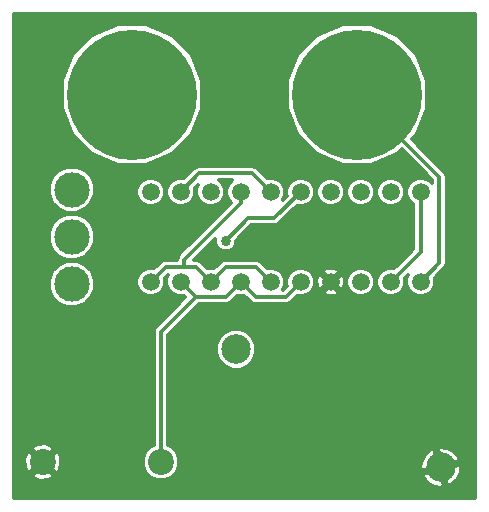
<source format=gtl>
%FSLAX34Y34*%
G04 Gerber Fmt 3.4, Leading zero omitted, Abs format*
G04 (created by PCBNEW (2014-01-30 BZR 4648)-product) date Sun Feb 23 14:33:07 2014*
%MOIN*%
G01*
G70*
G90*
G04 APERTURE LIST*
%ADD10C,0.013780*%
%ADD11C,0.433071*%
%ADD12C,0.118110*%
%ADD13C,0.059055*%
%ADD14C,0.086614*%
%ADD15C,0.098425*%
%ADD16C,0.033858*%
%ADD17C,0.012000*%
%ADD18C,0.013780*%
G04 APERTURE END LIST*
G54D10*
G54D11*
X4250Y13750D03*
X11750Y13750D03*
G54D12*
X2250Y7425D03*
X2250Y9000D03*
X2250Y10574D03*
G54D13*
X12875Y7500D03*
X12875Y10500D03*
X13875Y7500D03*
X13875Y10500D03*
X7875Y10500D03*
X6875Y10500D03*
X5875Y10500D03*
X4875Y10500D03*
X8875Y10500D03*
X9875Y10500D03*
X10875Y10500D03*
X4875Y7500D03*
X5875Y7500D03*
X6875Y7500D03*
X7875Y7500D03*
X8875Y7500D03*
X9875Y7500D03*
X10875Y7500D03*
G54D14*
X5218Y1500D03*
X1281Y1500D03*
G54D13*
X11875Y10500D03*
X11875Y7500D03*
G54D15*
X14545Y1318D03*
X7726Y5255D03*
G54D16*
X7375Y8875D03*
G54D17*
X8875Y10500D02*
X8250Y11125D01*
X6500Y11125D02*
X5875Y10500D01*
X8250Y11125D02*
X6500Y11125D01*
X12875Y7500D02*
X13875Y8500D01*
X13875Y8500D02*
X13875Y10500D01*
X13875Y7500D02*
X14500Y8125D01*
X14500Y11000D02*
X11750Y13750D01*
X14500Y8125D02*
X14500Y11000D01*
X9000Y9625D02*
X9875Y10500D01*
X8125Y9625D02*
X9000Y9625D01*
X7375Y8875D02*
X8125Y9625D01*
X6375Y7000D02*
X5218Y5843D01*
X5218Y5843D02*
X5218Y1500D01*
X5875Y7500D02*
X6375Y7000D01*
X7375Y7000D02*
X7875Y7500D01*
X6375Y7000D02*
X7375Y7000D01*
X7875Y7500D02*
X8375Y7000D01*
X8375Y7000D02*
X9375Y7000D01*
X9375Y7000D02*
X9875Y7500D01*
X6875Y7500D02*
X7375Y8000D01*
X8375Y8000D02*
X8875Y7500D01*
X7375Y8000D02*
X8375Y8000D01*
X7875Y10500D02*
X7875Y10125D01*
X6000Y8250D02*
X6000Y8000D01*
X7875Y10125D02*
X6000Y8250D01*
X4875Y7500D02*
X5375Y8000D01*
X6375Y8000D02*
X6875Y7500D01*
X5375Y8000D02*
X6000Y8000D01*
X6000Y8000D02*
X6375Y8000D01*
G54D10*
G36*
X15690Y310D02*
X15230Y310D01*
X15230Y1330D01*
X15177Y1425D01*
X15145Y1417D01*
X15145Y1541D01*
X15144Y1651D01*
X14972Y1855D01*
X14740Y1974D01*
X14740Y8125D01*
X14740Y11000D01*
X14721Y11091D01*
X14669Y11169D01*
X13578Y12261D01*
X13737Y12419D01*
X14094Y13281D01*
X14095Y14214D01*
X13739Y15076D01*
X13080Y15737D01*
X12218Y16094D01*
X11285Y16095D01*
X10423Y15739D01*
X9762Y15080D01*
X9405Y14218D01*
X9404Y13285D01*
X9760Y12423D01*
X10419Y11762D01*
X11281Y11405D01*
X12214Y11404D01*
X13076Y11760D01*
X13238Y11922D01*
X14260Y10900D01*
X14260Y10787D01*
X14144Y10902D01*
X13969Y10975D01*
X13780Y10975D01*
X13606Y10903D01*
X13472Y10769D01*
X13399Y10594D01*
X13399Y10405D01*
X13471Y10231D01*
X13605Y10097D01*
X13635Y10085D01*
X13635Y8599D01*
X13350Y8314D01*
X13350Y10594D01*
X13278Y10768D01*
X13144Y10902D01*
X12969Y10975D01*
X12780Y10975D01*
X12606Y10903D01*
X12472Y10769D01*
X12399Y10594D01*
X12399Y10405D01*
X12471Y10231D01*
X12605Y10097D01*
X12780Y10024D01*
X12969Y10024D01*
X13143Y10096D01*
X13277Y10230D01*
X13350Y10405D01*
X13350Y10594D01*
X13350Y8314D01*
X12998Y7963D01*
X12969Y7975D01*
X12780Y7975D01*
X12606Y7903D01*
X12472Y7769D01*
X12399Y7594D01*
X12399Y7405D01*
X12471Y7231D01*
X12605Y7097D01*
X12780Y7024D01*
X12969Y7024D01*
X13143Y7096D01*
X13277Y7230D01*
X13350Y7405D01*
X13350Y7594D01*
X13338Y7623D01*
X13464Y7749D01*
X13399Y7594D01*
X13399Y7405D01*
X13471Y7231D01*
X13605Y7097D01*
X13780Y7024D01*
X13969Y7024D01*
X14143Y7096D01*
X14277Y7230D01*
X14350Y7405D01*
X14350Y7594D01*
X14338Y7623D01*
X14669Y7955D01*
X14721Y8033D01*
X14740Y8125D01*
X14740Y1974D01*
X14734Y1977D01*
X14534Y2004D01*
X14438Y1950D01*
X14588Y1392D01*
X15145Y1541D01*
X15145Y1417D01*
X14619Y1276D01*
X14768Y718D01*
X14878Y719D01*
X15082Y892D01*
X15204Y1130D01*
X15230Y1330D01*
X15230Y310D01*
X14652Y310D01*
X14652Y687D01*
X14503Y1245D01*
X14472Y1237D01*
X14472Y1361D01*
X14322Y1919D01*
X14213Y1918D01*
X14009Y1745D01*
X13886Y1507D01*
X13860Y1307D01*
X13914Y1211D01*
X14472Y1361D01*
X14472Y1237D01*
X13945Y1095D01*
X13946Y986D01*
X14119Y782D01*
X14357Y660D01*
X14557Y633D01*
X14652Y687D01*
X14652Y310D01*
X12350Y310D01*
X12350Y7594D01*
X12350Y10594D01*
X12278Y10768D01*
X12144Y10902D01*
X11969Y10975D01*
X11780Y10975D01*
X11606Y10903D01*
X11472Y10769D01*
X11399Y10594D01*
X11399Y10405D01*
X11471Y10231D01*
X11605Y10097D01*
X11780Y10024D01*
X11969Y10024D01*
X12143Y10096D01*
X12277Y10230D01*
X12350Y10405D01*
X12350Y10594D01*
X12350Y7594D01*
X12278Y7768D01*
X12144Y7902D01*
X11969Y7975D01*
X11780Y7975D01*
X11606Y7903D01*
X11472Y7769D01*
X11399Y7594D01*
X11399Y7405D01*
X11471Y7231D01*
X11605Y7097D01*
X11780Y7024D01*
X11969Y7024D01*
X12143Y7096D01*
X12277Y7230D01*
X12350Y7405D01*
X12350Y7594D01*
X12350Y310D01*
X11356Y310D01*
X11356Y7446D01*
X11350Y7519D01*
X11350Y10594D01*
X11278Y10768D01*
X11144Y10902D01*
X10969Y10975D01*
X10780Y10975D01*
X10606Y10903D01*
X10472Y10769D01*
X10399Y10594D01*
X10399Y10405D01*
X10471Y10231D01*
X10605Y10097D01*
X10780Y10024D01*
X10969Y10024D01*
X11143Y10096D01*
X11277Y10230D01*
X11350Y10405D01*
X11350Y10594D01*
X11350Y7519D01*
X11340Y7634D01*
X11299Y7734D01*
X11225Y7765D01*
X11140Y7680D01*
X11140Y7850D01*
X11109Y7924D01*
X10928Y7981D01*
X10740Y7965D01*
X10640Y7924D01*
X10609Y7850D01*
X10875Y7584D01*
X11140Y7850D01*
X11140Y7680D01*
X10959Y7500D01*
X11225Y7234D01*
X11299Y7265D01*
X11356Y7446D01*
X11356Y310D01*
X11140Y310D01*
X11140Y7149D01*
X10875Y7415D01*
X10790Y7330D01*
X10790Y7500D01*
X10524Y7765D01*
X10450Y7734D01*
X10393Y7553D01*
X10409Y7365D01*
X10450Y7265D01*
X10524Y7234D01*
X10790Y7500D01*
X10790Y7330D01*
X10609Y7149D01*
X10640Y7075D01*
X10821Y7018D01*
X11009Y7034D01*
X11109Y7075D01*
X11140Y7149D01*
X11140Y310D01*
X10350Y310D01*
X10350Y7594D01*
X10278Y7768D01*
X10144Y7902D01*
X9969Y7975D01*
X9780Y7975D01*
X9606Y7903D01*
X9472Y7769D01*
X9399Y7594D01*
X9399Y7405D01*
X9411Y7376D01*
X9285Y7250D01*
X9350Y7405D01*
X9350Y7594D01*
X9278Y7768D01*
X9144Y7902D01*
X8969Y7975D01*
X8780Y7975D01*
X8751Y7963D01*
X8544Y8169D01*
X8466Y8221D01*
X8375Y8240D01*
X7375Y8240D01*
X7283Y8221D01*
X7205Y8169D01*
X6998Y7963D01*
X6969Y7975D01*
X6780Y7975D01*
X6751Y7963D01*
X6544Y8169D01*
X6466Y8221D01*
X6375Y8240D01*
X6329Y8240D01*
X7025Y8936D01*
X7025Y8805D01*
X7078Y8677D01*
X7176Y8579D01*
X7305Y8525D01*
X7444Y8525D01*
X7572Y8578D01*
X7670Y8676D01*
X7724Y8805D01*
X7724Y8884D01*
X8224Y9385D01*
X9000Y9385D01*
X9091Y9403D01*
X9169Y9455D01*
X9751Y10036D01*
X9780Y10024D01*
X9969Y10024D01*
X10143Y10096D01*
X10277Y10230D01*
X10350Y10405D01*
X10350Y10594D01*
X10278Y10768D01*
X10144Y10902D01*
X9969Y10975D01*
X9780Y10975D01*
X9606Y10903D01*
X9472Y10769D01*
X9399Y10594D01*
X9399Y10405D01*
X9411Y10376D01*
X9285Y10250D01*
X9350Y10405D01*
X9350Y10594D01*
X9278Y10768D01*
X9144Y10902D01*
X8969Y10975D01*
X8780Y10975D01*
X8751Y10963D01*
X8419Y11294D01*
X8341Y11346D01*
X8250Y11365D01*
X6595Y11365D01*
X6595Y14214D01*
X6239Y15076D01*
X5580Y15737D01*
X4718Y16094D01*
X3785Y16095D01*
X2923Y15739D01*
X2262Y15080D01*
X1905Y14218D01*
X1904Y13285D01*
X2260Y12423D01*
X2919Y11762D01*
X3781Y11405D01*
X4714Y11404D01*
X5576Y11760D01*
X6237Y12419D01*
X6594Y13281D01*
X6595Y14214D01*
X6595Y11365D01*
X6500Y11365D01*
X6408Y11346D01*
X6330Y11294D01*
X5998Y10963D01*
X5969Y10975D01*
X5780Y10975D01*
X5606Y10903D01*
X5472Y10769D01*
X5399Y10594D01*
X5399Y10405D01*
X5471Y10231D01*
X5605Y10097D01*
X5780Y10024D01*
X5969Y10024D01*
X6143Y10096D01*
X6277Y10230D01*
X6350Y10405D01*
X6350Y10594D01*
X6338Y10623D01*
X6464Y10749D01*
X6399Y10594D01*
X6399Y10405D01*
X6471Y10231D01*
X6605Y10097D01*
X6780Y10024D01*
X6969Y10024D01*
X7143Y10096D01*
X7277Y10230D01*
X7350Y10405D01*
X7350Y10594D01*
X7278Y10768D01*
X7162Y10885D01*
X7587Y10885D01*
X7472Y10769D01*
X7399Y10594D01*
X7399Y10405D01*
X7471Y10231D01*
X7556Y10146D01*
X5830Y8419D01*
X5778Y8341D01*
X5760Y8250D01*
X5760Y8240D01*
X5375Y8240D01*
X5350Y8235D01*
X5350Y10594D01*
X5278Y10768D01*
X5144Y10902D01*
X4969Y10975D01*
X4780Y10975D01*
X4606Y10903D01*
X4472Y10769D01*
X4399Y10594D01*
X4399Y10405D01*
X4471Y10231D01*
X4605Y10097D01*
X4780Y10024D01*
X4969Y10024D01*
X5143Y10096D01*
X5277Y10230D01*
X5350Y10405D01*
X5350Y10594D01*
X5350Y8235D01*
X5283Y8221D01*
X5205Y8169D01*
X4998Y7963D01*
X4969Y7975D01*
X4780Y7975D01*
X4606Y7903D01*
X4472Y7769D01*
X4399Y7594D01*
X4399Y7405D01*
X4471Y7231D01*
X4605Y7097D01*
X4780Y7024D01*
X4969Y7024D01*
X5143Y7096D01*
X5277Y7230D01*
X5350Y7405D01*
X5350Y7594D01*
X5338Y7623D01*
X5464Y7749D01*
X5399Y7594D01*
X5399Y7405D01*
X5471Y7231D01*
X5605Y7097D01*
X5780Y7024D01*
X5969Y7024D01*
X5998Y7036D01*
X6035Y7000D01*
X5048Y6013D01*
X4996Y5935D01*
X4978Y5843D01*
X4978Y2064D01*
X4871Y2020D01*
X4699Y1847D01*
X4605Y1622D01*
X4605Y1378D01*
X4698Y1153D01*
X4870Y980D01*
X5096Y887D01*
X5339Y886D01*
X5565Y979D01*
X5737Y1152D01*
X5831Y1377D01*
X5831Y1621D01*
X5738Y1846D01*
X5566Y2019D01*
X5458Y2064D01*
X5458Y5744D01*
X6474Y6760D01*
X7375Y6760D01*
X7466Y6778D01*
X7544Y6830D01*
X7751Y7036D01*
X7780Y7024D01*
X7969Y7024D01*
X7998Y7036D01*
X8205Y6830D01*
X8283Y6778D01*
X8375Y6760D01*
X9375Y6760D01*
X9466Y6778D01*
X9544Y6830D01*
X9751Y7036D01*
X9780Y7024D01*
X9969Y7024D01*
X10143Y7096D01*
X10277Y7230D01*
X10350Y7405D01*
X10350Y7594D01*
X10350Y310D01*
X8398Y310D01*
X8398Y5389D01*
X8296Y5636D01*
X8107Y5825D01*
X7860Y5927D01*
X7593Y5928D01*
X7346Y5826D01*
X7157Y5637D01*
X7054Y5390D01*
X7054Y5122D01*
X7156Y4875D01*
X7345Y4686D01*
X7592Y4583D01*
X7859Y4583D01*
X8106Y4685D01*
X8296Y4874D01*
X8398Y5121D01*
X8398Y5389D01*
X8398Y310D01*
X3020Y310D01*
X3020Y7577D01*
X3020Y9152D01*
X3020Y10727D01*
X2903Y11010D01*
X2687Y11227D01*
X2403Y11345D01*
X2097Y11345D01*
X1814Y11228D01*
X1597Y11011D01*
X1479Y10728D01*
X1479Y10422D01*
X1596Y10138D01*
X1812Y9921D01*
X2096Y9804D01*
X2402Y9804D01*
X2685Y9921D01*
X2902Y10137D01*
X3020Y10420D01*
X3020Y10727D01*
X3020Y9152D01*
X2903Y9435D01*
X2687Y9652D01*
X2403Y9770D01*
X2097Y9770D01*
X1814Y9653D01*
X1597Y9437D01*
X1479Y9153D01*
X1479Y8847D01*
X1596Y8564D01*
X1812Y8347D01*
X2096Y8229D01*
X2402Y8229D01*
X2685Y8346D01*
X2902Y8562D01*
X3020Y8846D01*
X3020Y9152D01*
X3020Y7577D01*
X2903Y7861D01*
X2687Y8078D01*
X2403Y8195D01*
X2097Y8195D01*
X1814Y8078D01*
X1597Y7862D01*
X1479Y7579D01*
X1479Y7272D01*
X1596Y6989D01*
X1812Y6772D01*
X2096Y6654D01*
X2402Y6654D01*
X2685Y6771D01*
X2902Y6988D01*
X3020Y7271D01*
X3020Y7577D01*
X3020Y310D01*
X1900Y310D01*
X1900Y1413D01*
X1886Y1656D01*
X1820Y1817D01*
X1731Y1865D01*
X1647Y1780D01*
X1647Y1950D01*
X1598Y2038D01*
X1368Y2119D01*
X1124Y2105D01*
X964Y2038D01*
X915Y1950D01*
X1281Y1584D01*
X1647Y1950D01*
X1647Y1780D01*
X1366Y1500D01*
X1731Y1134D01*
X1820Y1182D01*
X1900Y1413D01*
X1900Y310D01*
X1647Y310D01*
X1647Y1049D01*
X1281Y1415D01*
X1196Y1330D01*
X1196Y1500D01*
X831Y1865D01*
X742Y1817D01*
X662Y1586D01*
X676Y1343D01*
X742Y1182D01*
X831Y1134D01*
X1196Y1500D01*
X1196Y1330D01*
X915Y1049D01*
X964Y961D01*
X1194Y880D01*
X1438Y894D01*
X1598Y961D01*
X1647Y1049D01*
X1647Y310D01*
X310Y310D01*
X310Y16440D01*
X15690Y16440D01*
X15690Y310D01*
X15690Y310D01*
G37*
G54D17*
X15690Y310D02*
X15230Y310D01*
X15230Y1330D01*
X15177Y1425D01*
X15145Y1417D01*
X15145Y1541D01*
X15144Y1651D01*
X14972Y1855D01*
X14740Y1974D01*
X14740Y8125D01*
X14740Y11000D01*
X14721Y11091D01*
X14669Y11169D01*
X13578Y12261D01*
X13737Y12419D01*
X14094Y13281D01*
X14095Y14214D01*
X13739Y15076D01*
X13080Y15737D01*
X12218Y16094D01*
X11285Y16095D01*
X10423Y15739D01*
X9762Y15080D01*
X9405Y14218D01*
X9404Y13285D01*
X9760Y12423D01*
X10419Y11762D01*
X11281Y11405D01*
X12214Y11404D01*
X13076Y11760D01*
X13238Y11922D01*
X14260Y10900D01*
X14260Y10787D01*
X14144Y10902D01*
X13969Y10975D01*
X13780Y10975D01*
X13606Y10903D01*
X13472Y10769D01*
X13399Y10594D01*
X13399Y10405D01*
X13471Y10231D01*
X13605Y10097D01*
X13635Y10085D01*
X13635Y8599D01*
X13350Y8314D01*
X13350Y10594D01*
X13278Y10768D01*
X13144Y10902D01*
X12969Y10975D01*
X12780Y10975D01*
X12606Y10903D01*
X12472Y10769D01*
X12399Y10594D01*
X12399Y10405D01*
X12471Y10231D01*
X12605Y10097D01*
X12780Y10024D01*
X12969Y10024D01*
X13143Y10096D01*
X13277Y10230D01*
X13350Y10405D01*
X13350Y10594D01*
X13350Y8314D01*
X12998Y7963D01*
X12969Y7975D01*
X12780Y7975D01*
X12606Y7903D01*
X12472Y7769D01*
X12399Y7594D01*
X12399Y7405D01*
X12471Y7231D01*
X12605Y7097D01*
X12780Y7024D01*
X12969Y7024D01*
X13143Y7096D01*
X13277Y7230D01*
X13350Y7405D01*
X13350Y7594D01*
X13338Y7623D01*
X13464Y7749D01*
X13399Y7594D01*
X13399Y7405D01*
X13471Y7231D01*
X13605Y7097D01*
X13780Y7024D01*
X13969Y7024D01*
X14143Y7096D01*
X14277Y7230D01*
X14350Y7405D01*
X14350Y7594D01*
X14338Y7623D01*
X14669Y7955D01*
X14721Y8033D01*
X14740Y8125D01*
X14740Y1974D01*
X14734Y1977D01*
X14534Y2004D01*
X14438Y1950D01*
X14588Y1392D01*
X15145Y1541D01*
X15145Y1417D01*
X14619Y1276D01*
X14768Y718D01*
X14878Y719D01*
X15082Y892D01*
X15204Y1130D01*
X15230Y1330D01*
X15230Y310D01*
X14652Y310D01*
X14652Y687D01*
X14503Y1245D01*
X14472Y1237D01*
X14472Y1361D01*
X14322Y1919D01*
X14213Y1918D01*
X14009Y1745D01*
X13886Y1507D01*
X13860Y1307D01*
X13914Y1211D01*
X14472Y1361D01*
X14472Y1237D01*
X13945Y1095D01*
X13946Y986D01*
X14119Y782D01*
X14357Y660D01*
X14557Y633D01*
X14652Y687D01*
X14652Y310D01*
X12350Y310D01*
X12350Y7594D01*
X12350Y10594D01*
X12278Y10768D01*
X12144Y10902D01*
X11969Y10975D01*
X11780Y10975D01*
X11606Y10903D01*
X11472Y10769D01*
X11399Y10594D01*
X11399Y10405D01*
X11471Y10231D01*
X11605Y10097D01*
X11780Y10024D01*
X11969Y10024D01*
X12143Y10096D01*
X12277Y10230D01*
X12350Y10405D01*
X12350Y10594D01*
X12350Y7594D01*
X12278Y7768D01*
X12144Y7902D01*
X11969Y7975D01*
X11780Y7975D01*
X11606Y7903D01*
X11472Y7769D01*
X11399Y7594D01*
X11399Y7405D01*
X11471Y7231D01*
X11605Y7097D01*
X11780Y7024D01*
X11969Y7024D01*
X12143Y7096D01*
X12277Y7230D01*
X12350Y7405D01*
X12350Y7594D01*
X12350Y310D01*
X11356Y310D01*
X11356Y7446D01*
X11350Y7519D01*
X11350Y10594D01*
X11278Y10768D01*
X11144Y10902D01*
X10969Y10975D01*
X10780Y10975D01*
X10606Y10903D01*
X10472Y10769D01*
X10399Y10594D01*
X10399Y10405D01*
X10471Y10231D01*
X10605Y10097D01*
X10780Y10024D01*
X10969Y10024D01*
X11143Y10096D01*
X11277Y10230D01*
X11350Y10405D01*
X11350Y10594D01*
X11350Y7519D01*
X11340Y7634D01*
X11299Y7734D01*
X11225Y7765D01*
X11140Y7680D01*
X11140Y7850D01*
X11109Y7924D01*
X10928Y7981D01*
X10740Y7965D01*
X10640Y7924D01*
X10609Y7850D01*
X10875Y7584D01*
X11140Y7850D01*
X11140Y7680D01*
X10959Y7500D01*
X11225Y7234D01*
X11299Y7265D01*
X11356Y7446D01*
X11356Y310D01*
X11140Y310D01*
X11140Y7149D01*
X10875Y7415D01*
X10790Y7330D01*
X10790Y7500D01*
X10524Y7765D01*
X10450Y7734D01*
X10393Y7553D01*
X10409Y7365D01*
X10450Y7265D01*
X10524Y7234D01*
X10790Y7500D01*
X10790Y7330D01*
X10609Y7149D01*
X10640Y7075D01*
X10821Y7018D01*
X11009Y7034D01*
X11109Y7075D01*
X11140Y7149D01*
X11140Y310D01*
X10350Y310D01*
X10350Y7594D01*
X10278Y7768D01*
X10144Y7902D01*
X9969Y7975D01*
X9780Y7975D01*
X9606Y7903D01*
X9472Y7769D01*
X9399Y7594D01*
X9399Y7405D01*
X9411Y7376D01*
X9285Y7250D01*
X9350Y7405D01*
X9350Y7594D01*
X9278Y7768D01*
X9144Y7902D01*
X8969Y7975D01*
X8780Y7975D01*
X8751Y7963D01*
X8544Y8169D01*
X8466Y8221D01*
X8375Y8240D01*
X7375Y8240D01*
X7283Y8221D01*
X7205Y8169D01*
X6998Y7963D01*
X6969Y7975D01*
X6780Y7975D01*
X6751Y7963D01*
X6544Y8169D01*
X6466Y8221D01*
X6375Y8240D01*
X6329Y8240D01*
X7025Y8936D01*
X7025Y8805D01*
X7078Y8677D01*
X7176Y8579D01*
X7305Y8525D01*
X7444Y8525D01*
X7572Y8578D01*
X7670Y8676D01*
X7724Y8805D01*
X7724Y8884D01*
X8224Y9385D01*
X9000Y9385D01*
X9091Y9403D01*
X9169Y9455D01*
X9751Y10036D01*
X9780Y10024D01*
X9969Y10024D01*
X10143Y10096D01*
X10277Y10230D01*
X10350Y10405D01*
X10350Y10594D01*
X10278Y10768D01*
X10144Y10902D01*
X9969Y10975D01*
X9780Y10975D01*
X9606Y10903D01*
X9472Y10769D01*
X9399Y10594D01*
X9399Y10405D01*
X9411Y10376D01*
X9285Y10250D01*
X9350Y10405D01*
X9350Y10594D01*
X9278Y10768D01*
X9144Y10902D01*
X8969Y10975D01*
X8780Y10975D01*
X8751Y10963D01*
X8419Y11294D01*
X8341Y11346D01*
X8250Y11365D01*
X6595Y11365D01*
X6595Y14214D01*
X6239Y15076D01*
X5580Y15737D01*
X4718Y16094D01*
X3785Y16095D01*
X2923Y15739D01*
X2262Y15080D01*
X1905Y14218D01*
X1904Y13285D01*
X2260Y12423D01*
X2919Y11762D01*
X3781Y11405D01*
X4714Y11404D01*
X5576Y11760D01*
X6237Y12419D01*
X6594Y13281D01*
X6595Y14214D01*
X6595Y11365D01*
X6500Y11365D01*
X6408Y11346D01*
X6330Y11294D01*
X5998Y10963D01*
X5969Y10975D01*
X5780Y10975D01*
X5606Y10903D01*
X5472Y10769D01*
X5399Y10594D01*
X5399Y10405D01*
X5471Y10231D01*
X5605Y10097D01*
X5780Y10024D01*
X5969Y10024D01*
X6143Y10096D01*
X6277Y10230D01*
X6350Y10405D01*
X6350Y10594D01*
X6338Y10623D01*
X6464Y10749D01*
X6399Y10594D01*
X6399Y10405D01*
X6471Y10231D01*
X6605Y10097D01*
X6780Y10024D01*
X6969Y10024D01*
X7143Y10096D01*
X7277Y10230D01*
X7350Y10405D01*
X7350Y10594D01*
X7278Y10768D01*
X7162Y10885D01*
X7587Y10885D01*
X7472Y10769D01*
X7399Y10594D01*
X7399Y10405D01*
X7471Y10231D01*
X7556Y10146D01*
X5830Y8419D01*
X5778Y8341D01*
X5760Y8250D01*
X5760Y8240D01*
X5375Y8240D01*
X5350Y8235D01*
X5350Y10594D01*
X5278Y10768D01*
X5144Y10902D01*
X4969Y10975D01*
X4780Y10975D01*
X4606Y10903D01*
X4472Y10769D01*
X4399Y10594D01*
X4399Y10405D01*
X4471Y10231D01*
X4605Y10097D01*
X4780Y10024D01*
X4969Y10024D01*
X5143Y10096D01*
X5277Y10230D01*
X5350Y10405D01*
X5350Y10594D01*
X5350Y8235D01*
X5283Y8221D01*
X5205Y8169D01*
X4998Y7963D01*
X4969Y7975D01*
X4780Y7975D01*
X4606Y7903D01*
X4472Y7769D01*
X4399Y7594D01*
X4399Y7405D01*
X4471Y7231D01*
X4605Y7097D01*
X4780Y7024D01*
X4969Y7024D01*
X5143Y7096D01*
X5277Y7230D01*
X5350Y7405D01*
X5350Y7594D01*
X5338Y7623D01*
X5464Y7749D01*
X5399Y7594D01*
X5399Y7405D01*
X5471Y7231D01*
X5605Y7097D01*
X5780Y7024D01*
X5969Y7024D01*
X5998Y7036D01*
X6035Y7000D01*
X5048Y6013D01*
X4996Y5935D01*
X4978Y5843D01*
X4978Y2064D01*
X4871Y2020D01*
X4699Y1847D01*
X4605Y1622D01*
X4605Y1378D01*
X4698Y1153D01*
X4870Y980D01*
X5096Y887D01*
X5339Y886D01*
X5565Y979D01*
X5737Y1152D01*
X5831Y1377D01*
X5831Y1621D01*
X5738Y1846D01*
X5566Y2019D01*
X5458Y2064D01*
X5458Y5744D01*
X6474Y6760D01*
X7375Y6760D01*
X7466Y6778D01*
X7544Y6830D01*
X7751Y7036D01*
X7780Y7024D01*
X7969Y7024D01*
X7998Y7036D01*
X8205Y6830D01*
X8283Y6778D01*
X8375Y6760D01*
X9375Y6760D01*
X9466Y6778D01*
X9544Y6830D01*
X9751Y7036D01*
X9780Y7024D01*
X9969Y7024D01*
X10143Y7096D01*
X10277Y7230D01*
X10350Y7405D01*
X10350Y7594D01*
X10350Y310D01*
X8398Y310D01*
X8398Y5389D01*
X8296Y5636D01*
X8107Y5825D01*
X7860Y5927D01*
X7593Y5928D01*
X7346Y5826D01*
X7157Y5637D01*
X7054Y5390D01*
X7054Y5122D01*
X7156Y4875D01*
X7345Y4686D01*
X7592Y4583D01*
X7859Y4583D01*
X8106Y4685D01*
X8296Y4874D01*
X8398Y5121D01*
X8398Y5389D01*
X8398Y310D01*
X3020Y310D01*
X3020Y7577D01*
X3020Y9152D01*
X3020Y10727D01*
X2903Y11010D01*
X2687Y11227D01*
X2403Y11345D01*
X2097Y11345D01*
X1814Y11228D01*
X1597Y11011D01*
X1479Y10728D01*
X1479Y10422D01*
X1596Y10138D01*
X1812Y9921D01*
X2096Y9804D01*
X2402Y9804D01*
X2685Y9921D01*
X2902Y10137D01*
X3020Y10420D01*
X3020Y10727D01*
X3020Y9152D01*
X2903Y9435D01*
X2687Y9652D01*
X2403Y9770D01*
X2097Y9770D01*
X1814Y9653D01*
X1597Y9437D01*
X1479Y9153D01*
X1479Y8847D01*
X1596Y8564D01*
X1812Y8347D01*
X2096Y8229D01*
X2402Y8229D01*
X2685Y8346D01*
X2902Y8562D01*
X3020Y8846D01*
X3020Y9152D01*
X3020Y7577D01*
X2903Y7861D01*
X2687Y8078D01*
X2403Y8195D01*
X2097Y8195D01*
X1814Y8078D01*
X1597Y7862D01*
X1479Y7579D01*
X1479Y7272D01*
X1596Y6989D01*
X1812Y6772D01*
X2096Y6654D01*
X2402Y6654D01*
X2685Y6771D01*
X2902Y6988D01*
X3020Y7271D01*
X3020Y7577D01*
X3020Y310D01*
X1900Y310D01*
X1900Y1413D01*
X1886Y1656D01*
X1820Y1817D01*
X1731Y1865D01*
X1647Y1780D01*
X1647Y1950D01*
X1598Y2038D01*
X1368Y2119D01*
X1124Y2105D01*
X964Y2038D01*
X915Y1950D01*
X1281Y1584D01*
X1647Y1950D01*
X1647Y1780D01*
X1366Y1500D01*
X1731Y1134D01*
X1820Y1182D01*
X1900Y1413D01*
X1900Y310D01*
X1647Y310D01*
X1647Y1049D01*
X1281Y1415D01*
X1196Y1330D01*
X1196Y1500D01*
X831Y1865D01*
X742Y1817D01*
X662Y1586D01*
X676Y1343D01*
X742Y1182D01*
X831Y1134D01*
X1196Y1500D01*
X1196Y1330D01*
X915Y1049D01*
X964Y961D01*
X1194Y880D01*
X1438Y894D01*
X1598Y961D01*
X1647Y1049D01*
X1647Y310D01*
X310Y310D01*
X310Y16440D01*
X15690Y16440D01*
X15690Y310D01*
G54D18*
X7375Y8875D03*
X4250Y13750D03*
X11750Y13750D03*
X2250Y7425D03*
X2250Y9000D03*
X2250Y10574D03*
X12875Y7500D03*
X12875Y10500D03*
X13875Y7500D03*
X13875Y10500D03*
X7875Y10500D03*
X6875Y10500D03*
X5875Y10500D03*
X4875Y10500D03*
X8875Y10500D03*
X9875Y10500D03*
X10875Y10500D03*
X4875Y7500D03*
X5875Y7500D03*
X6875Y7500D03*
X7875Y7500D03*
X8875Y7500D03*
X9875Y7500D03*
X10875Y7500D03*
X5218Y1500D03*
X1281Y1500D03*
X11875Y10500D03*
X11875Y7500D03*
X14545Y1318D03*
X7726Y5255D03*
M02*

</source>
